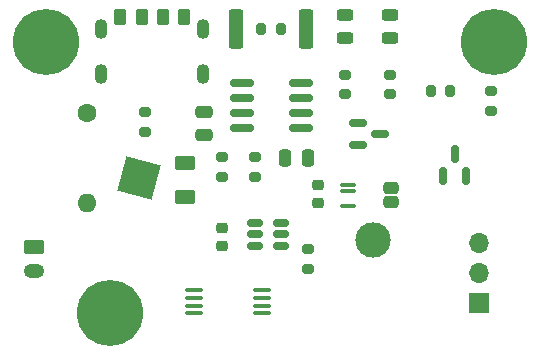
<source format=gbr>
%TF.GenerationSoftware,KiCad,Pcbnew,7.0.8*%
%TF.CreationDate,2025-01-10T13:03:09+01:00*%
%TF.ProjectId,LIR2032-charger,4c495232-3033-4322-9d63-686172676572,rev?*%
%TF.SameCoordinates,Original*%
%TF.FileFunction,Soldermask,Top*%
%TF.FilePolarity,Negative*%
%FSLAX46Y46*%
G04 Gerber Fmt 4.6, Leading zero omitted, Abs format (unit mm)*
G04 Created by KiCad (PCBNEW 7.0.8) date 2025-01-10 13:03:09*
%MOMM*%
%LPD*%
G01*
G04 APERTURE LIST*
G04 Aperture macros list*
%AMRoundRect*
0 Rectangle with rounded corners*
0 $1 Rounding radius*
0 $2 $3 $4 $5 $6 $7 $8 $9 X,Y pos of 4 corners*
0 Add a 4 corners polygon primitive as box body*
4,1,4,$2,$3,$4,$5,$6,$7,$8,$9,$2,$3,0*
0 Add four circle primitives for the rounded corners*
1,1,$1+$1,$2,$3*
1,1,$1+$1,$4,$5*
1,1,$1+$1,$6,$7*
1,1,$1+$1,$8,$9*
0 Add four rect primitives between the rounded corners*
20,1,$1+$1,$2,$3,$4,$5,0*
20,1,$1+$1,$4,$5,$6,$7,0*
20,1,$1+$1,$6,$7,$8,$9,0*
20,1,$1+$1,$8,$9,$2,$3,0*%
%AMRotRect*
0 Rectangle, with rotation*
0 The origin of the aperture is its center*
0 $1 length*
0 $2 width*
0 $3 Rotation angle, in degrees counterclockwise*
0 Add horizontal line*
21,1,$1,$2,0,0,$3*%
G04 Aperture macros list end*
%ADD10R,1.700000X1.700000*%
%ADD11O,1.700000X1.700000*%
%ADD12RoundRect,0.100000X-0.637500X-0.100000X0.637500X-0.100000X0.637500X0.100000X-0.637500X0.100000X0*%
%ADD13RoundRect,0.200000X0.275000X-0.200000X0.275000X0.200000X-0.275000X0.200000X-0.275000X-0.200000X0*%
%ADD14RoundRect,0.200000X-0.275000X0.200000X-0.275000X-0.200000X0.275000X-0.200000X0.275000X0.200000X0*%
%ADD15RoundRect,0.250000X-0.262500X-0.450000X0.262500X-0.450000X0.262500X0.450000X-0.262500X0.450000X0*%
%ADD16C,5.600000*%
%ADD17RoundRect,0.150000X-0.587500X-0.150000X0.587500X-0.150000X0.587500X0.150000X-0.587500X0.150000X0*%
%ADD18RoundRect,0.243750X0.456250X-0.243750X0.456250X0.243750X-0.456250X0.243750X-0.456250X-0.243750X0*%
%ADD19RoundRect,0.225000X-0.250000X0.225000X-0.250000X-0.225000X0.250000X-0.225000X0.250000X0.225000X0*%
%ADD20RoundRect,0.150000X0.150000X-0.587500X0.150000X0.587500X-0.150000X0.587500X-0.150000X-0.587500X0*%
%ADD21RoundRect,0.250000X0.362500X1.425000X-0.362500X1.425000X-0.362500X-1.425000X0.362500X-1.425000X0*%
%ADD22RoundRect,0.150000X0.512500X0.150000X-0.512500X0.150000X-0.512500X-0.150000X0.512500X-0.150000X0*%
%ADD23RoundRect,0.250000X0.262500X0.450000X-0.262500X0.450000X-0.262500X-0.450000X0.262500X-0.450000X0*%
%ADD24RoundRect,0.250000X0.475000X-0.250000X0.475000X0.250000X-0.475000X0.250000X-0.475000X-0.250000X0*%
%ADD25RoundRect,0.200000X0.200000X0.275000X-0.200000X0.275000X-0.200000X-0.275000X0.200000X-0.275000X0*%
%ADD26RoundRect,0.075000X-0.575000X-0.075000X0.575000X-0.075000X0.575000X0.075000X-0.575000X0.075000X0*%
%ADD27RoundRect,0.250000X-0.400000X-0.250000X0.400000X-0.250000X0.400000X0.250000X-0.400000X0.250000X0*%
%ADD28RoundRect,0.162500X-0.825000X-0.162500X0.825000X-0.162500X0.825000X0.162500X-0.825000X0.162500X0*%
%ADD29RoundRect,0.250000X-0.250000X-0.475000X0.250000X-0.475000X0.250000X0.475000X-0.250000X0.475000X0*%
%ADD30RoundRect,0.250000X0.625000X-0.375000X0.625000X0.375000X-0.625000X0.375000X-0.625000X-0.375000X0*%
%ADD31RotRect,3.000000X3.000000X345.000000*%
%ADD32C,3.000000*%
%ADD33C,1.600000*%
%ADD34O,1.600000X1.600000*%
%ADD35O,1.100000X1.700000*%
%ADD36RoundRect,0.250000X-0.625000X0.350000X-0.625000X-0.350000X0.625000X-0.350000X0.625000X0.350000X0*%
%ADD37O,1.750000X1.200000*%
G04 APERTURE END LIST*
D10*
%TO.C,J3*%
X156300000Y-73680000D03*
D11*
X156300000Y-71140000D03*
X156300000Y-68600000D03*
%TD*%
D12*
%TO.C,U3*%
X132137500Y-72625000D03*
X132137500Y-73275000D03*
X132137500Y-73925000D03*
X132137500Y-74575000D03*
X137862500Y-74575000D03*
X137862500Y-73925000D03*
X137862500Y-73275000D03*
X137862500Y-72625000D03*
%TD*%
D13*
%TO.C,R3*%
X134500000Y-63025000D03*
X134500000Y-61375000D03*
%TD*%
D14*
%TO.C,R8*%
X148700000Y-54375000D03*
X148700000Y-56025000D03*
%TD*%
D15*
%TO.C,R11*%
X129487500Y-49500000D03*
X131312500Y-49500000D03*
%TD*%
D14*
%TO.C,R9*%
X128000000Y-57575000D03*
X128000000Y-59225000D03*
%TD*%
D16*
%TO.C,H3*%
X125000000Y-74600000D03*
%TD*%
D17*
%TO.C,Q1*%
X146000000Y-58450000D03*
X146000000Y-60350000D03*
X147875000Y-59400000D03*
%TD*%
D18*
%TO.C,D3*%
X148700000Y-51237500D03*
X148700000Y-49362500D03*
%TD*%
D14*
%TO.C,R6*%
X144900000Y-54375000D03*
X144900000Y-56025000D03*
%TD*%
D19*
%TO.C,C4*%
X142600000Y-63725000D03*
X142600000Y-65275000D03*
%TD*%
D18*
%TO.C,D2*%
X144900000Y-51237500D03*
X144900000Y-49362500D03*
%TD*%
D16*
%TO.C,H1*%
X157500000Y-51600000D03*
%TD*%
D14*
%TO.C,R7*%
X141800000Y-69175000D03*
X141800000Y-70825000D03*
%TD*%
D20*
%TO.C,Q2*%
X153250000Y-62937500D03*
X155150000Y-62937500D03*
X154200000Y-61062500D03*
%TD*%
D21*
%TO.C,R2*%
X141637500Y-50500000D03*
X135712500Y-50500000D03*
%TD*%
D19*
%TO.C,C3*%
X134500000Y-67325000D03*
X134500000Y-68875000D03*
%TD*%
D22*
%TO.C,U2*%
X139537500Y-68850000D03*
X139537500Y-67900000D03*
X139537500Y-66950000D03*
X137262500Y-66950000D03*
X137262500Y-67900000D03*
X137262500Y-68850000D03*
%TD*%
D23*
%TO.C,R12*%
X127712500Y-49500000D03*
X125887500Y-49500000D03*
%TD*%
D24*
%TO.C,C2*%
X133000000Y-59450000D03*
X133000000Y-57550000D03*
%TD*%
D25*
%TO.C,R1*%
X139500000Y-50500000D03*
X137850000Y-50500000D03*
%TD*%
D16*
%TO.C,H2*%
X119600000Y-51600000D03*
%TD*%
D26*
%TO.C,U4*%
X145200000Y-63700000D03*
X145200000Y-64230000D03*
X145200000Y-65500000D03*
D27*
X148800000Y-65200000D03*
X148800000Y-64000000D03*
%TD*%
D28*
%TO.C,U1*%
X136162500Y-55095000D03*
X136162500Y-56365000D03*
X136162500Y-57635000D03*
X136162500Y-58905000D03*
X141237500Y-58905000D03*
X141237500Y-57635000D03*
X141237500Y-56365000D03*
X141237500Y-55095000D03*
%TD*%
D13*
%TO.C,R5*%
X157300000Y-57425000D03*
X157300000Y-55775000D03*
%TD*%
D29*
%TO.C,C1*%
X139850000Y-61400000D03*
X141750000Y-61400000D03*
%TD*%
D13*
%TO.C,R4*%
X137300000Y-63025000D03*
X137300000Y-61375000D03*
%TD*%
D25*
%TO.C,R10*%
X153825000Y-55800000D03*
X152175000Y-55800000D03*
%TD*%
D30*
%TO.C,F1*%
X131400000Y-64700000D03*
X131400000Y-61900000D03*
%TD*%
D31*
%TO.C,J1*%
X127508180Y-63096798D03*
D32*
X147300000Y-68400000D03*
%TD*%
D33*
%TO.C,R13*%
X123100000Y-57590000D03*
D34*
X123100000Y-65210000D03*
%TD*%
D35*
%TO.C,J4*%
X124280000Y-50547500D03*
X124280000Y-54347500D03*
X132920000Y-50547500D03*
X132920000Y-54347500D03*
%TD*%
D36*
%TO.C,J2*%
X118600000Y-69000000D03*
D37*
X118600000Y-71000000D03*
%TD*%
M02*

</source>
